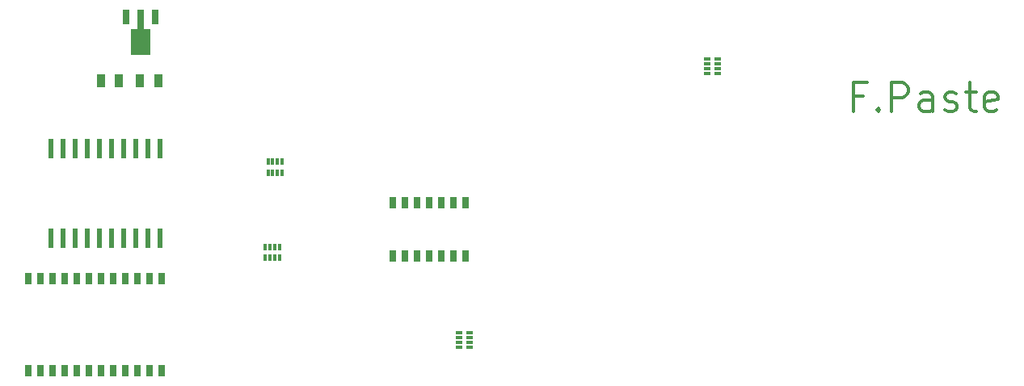
<source format=gtp>
G04 (created by PCBNEW (2013-07-07 BZR 4022)-stable) date 24/09/2013 15:52:17*
%MOIN*%
G04 Gerber Fmt 3.4, Leading zero omitted, Abs format*
%FSLAX34Y34*%
G01*
G70*
G90*
G04 APERTURE LIST*
%ADD10C,0.00590551*%
%ADD11C,0.011811*%
%ADD12R,0.0256X0.0118*%
%ADD13R,0.0118X0.0256*%
%ADD14R,0.025X0.05*%
%ADD15R,0.035X0.055*%
%ADD16R,0.0276X0.063*%
%ADD17R,0.0276X0.0827*%
%ADD18R,0.0787X0.1083*%
%ADD19R,0.023622X0.0787402*%
%ADD20R,0.03X0.05*%
G04 APERTURE END LIST*
G54D10*
G54D11*
X52952Y-14032D02*
X52559Y-14032D01*
X52559Y-14651D02*
X52559Y-13470D01*
X53121Y-13470D01*
X53571Y-14538D02*
X53627Y-14595D01*
X53571Y-14651D01*
X53515Y-14595D01*
X53571Y-14538D01*
X53571Y-14651D01*
X54133Y-14651D02*
X54133Y-13470D01*
X54583Y-13470D01*
X54696Y-13526D01*
X54752Y-13582D01*
X54808Y-13695D01*
X54808Y-13863D01*
X54752Y-13976D01*
X54696Y-14032D01*
X54583Y-14088D01*
X54133Y-14088D01*
X55821Y-14651D02*
X55821Y-14032D01*
X55764Y-13920D01*
X55652Y-13863D01*
X55427Y-13863D01*
X55314Y-13920D01*
X55821Y-14595D02*
X55708Y-14651D01*
X55427Y-14651D01*
X55314Y-14595D01*
X55258Y-14482D01*
X55258Y-14370D01*
X55314Y-14257D01*
X55427Y-14201D01*
X55708Y-14201D01*
X55821Y-14145D01*
X56327Y-14595D02*
X56439Y-14651D01*
X56664Y-14651D01*
X56777Y-14595D01*
X56833Y-14482D01*
X56833Y-14426D01*
X56777Y-14313D01*
X56664Y-14257D01*
X56496Y-14257D01*
X56383Y-14201D01*
X56327Y-14088D01*
X56327Y-14032D01*
X56383Y-13920D01*
X56496Y-13863D01*
X56664Y-13863D01*
X56777Y-13920D01*
X57170Y-13863D02*
X57620Y-13863D01*
X57339Y-13470D02*
X57339Y-14482D01*
X57395Y-14595D01*
X57508Y-14651D01*
X57620Y-14651D01*
X58464Y-14595D02*
X58352Y-14651D01*
X58127Y-14651D01*
X58014Y-14595D01*
X57958Y-14482D01*
X57958Y-14032D01*
X58014Y-13920D01*
X58127Y-13863D01*
X58352Y-13863D01*
X58464Y-13920D01*
X58520Y-14032D01*
X58520Y-14145D01*
X57958Y-14257D01*
G54D12*
X46504Y-12500D03*
X46504Y-12697D03*
X46504Y-12894D03*
X46504Y-13091D03*
X46957Y-13091D03*
X46957Y-12894D03*
X46957Y-12697D03*
X46957Y-12500D03*
G54D13*
X28405Y-17196D03*
X28602Y-17196D03*
X28799Y-17196D03*
X28996Y-17196D03*
X28996Y-16743D03*
X28799Y-16743D03*
X28602Y-16743D03*
X28405Y-16743D03*
G54D12*
X36724Y-24389D03*
X36724Y-24192D03*
X36724Y-23995D03*
X36724Y-23798D03*
X36271Y-23798D03*
X36271Y-23995D03*
X36271Y-24192D03*
X36271Y-24389D03*
G54D14*
X33539Y-20627D03*
X34039Y-20627D03*
X34539Y-20627D03*
X35039Y-20627D03*
X35539Y-20627D03*
X36039Y-20627D03*
X36539Y-20627D03*
X36539Y-18427D03*
X36039Y-18427D03*
X35539Y-18427D03*
X35039Y-18427D03*
X34539Y-18427D03*
X34039Y-18427D03*
X33539Y-18427D03*
G54D13*
X28877Y-20244D03*
X28680Y-20244D03*
X28483Y-20244D03*
X28286Y-20244D03*
X28286Y-20697D03*
X28483Y-20697D03*
X28680Y-20697D03*
X28877Y-20697D03*
G54D15*
X21514Y-13385D03*
X22264Y-13385D03*
X23878Y-13385D03*
X23128Y-13385D03*
G54D16*
X23740Y-10748D03*
G54D17*
X23149Y-10846D03*
G54D16*
X22558Y-10748D03*
G54D18*
X23149Y-11791D03*
G54D19*
X23942Y-16181D03*
X23442Y-16181D03*
X22942Y-16181D03*
X22442Y-16181D03*
X21942Y-16181D03*
X21442Y-16181D03*
X20942Y-16181D03*
X20442Y-16181D03*
X19942Y-16181D03*
X19442Y-16181D03*
X19442Y-19881D03*
X19942Y-19881D03*
X20442Y-19881D03*
X20942Y-19881D03*
X21442Y-19881D03*
X21942Y-19881D03*
X22442Y-19881D03*
X22942Y-19881D03*
X23442Y-19881D03*
X23942Y-19881D03*
G54D20*
X24009Y-21564D03*
X23509Y-21564D03*
X23009Y-21564D03*
X22509Y-21564D03*
X22009Y-21564D03*
X21509Y-21564D03*
X21009Y-21564D03*
X20509Y-21564D03*
X20009Y-21564D03*
X19509Y-21564D03*
X19009Y-21564D03*
X18509Y-21564D03*
X24009Y-25364D03*
X23509Y-25364D03*
X23009Y-25364D03*
X22509Y-25364D03*
X22009Y-25364D03*
X21509Y-25364D03*
X21009Y-25364D03*
X20509Y-25364D03*
X20009Y-25364D03*
X19509Y-25364D03*
X19009Y-25364D03*
X18509Y-25364D03*
M02*

</source>
